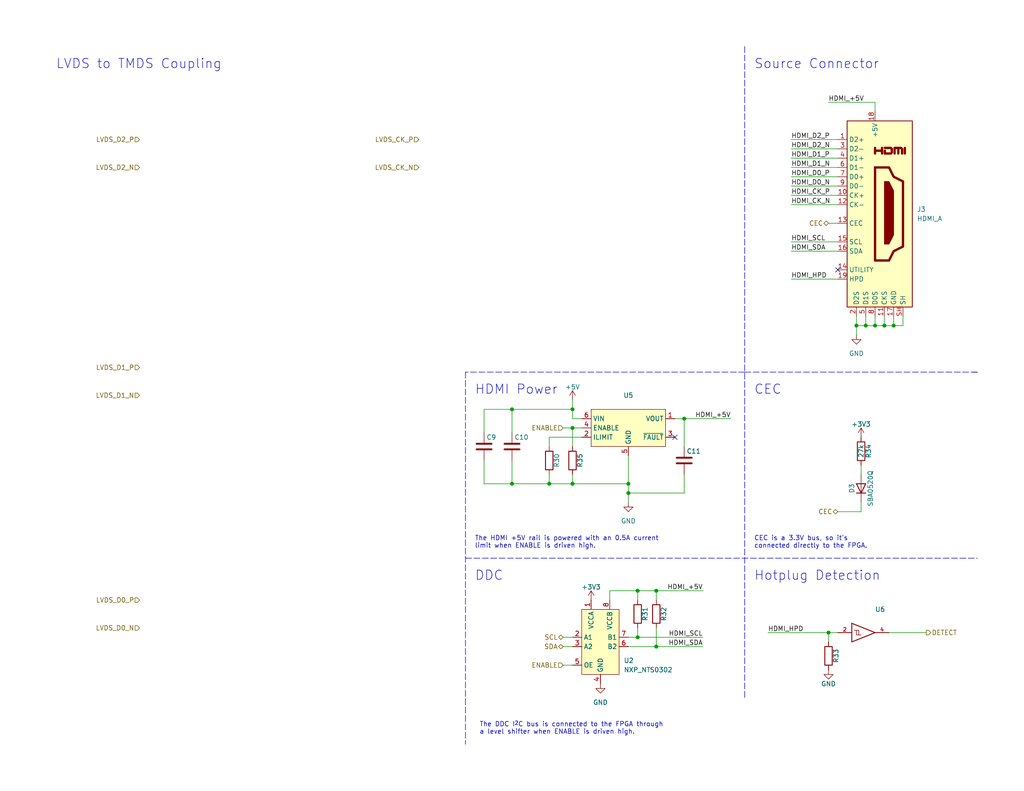
<source format=kicad_sch>
(kicad_sch (version 20211123) (generator eeschema)
  (paper "USLetter")
  (title_block (title "HDMI Expansion for Olimex ICE40HX8K-EVB") (date "2022-04-19") (rev "0.1") (company "© 2022 Sam Hanes, licensed under CERN-OHL-P v2") (comment 1 "https://github.com/Elemecca/1240pi"))
  (lib_symbols
    (symbol "0Local:MIC2097-1"
      (property "Reference" "U" (at 0 8.89 0))
      (property "Value" "MIC2097-1" (at 0 6.35 0))
      (symbol "MIC2097-1_0_1"
        (rectangle (start -10.16 5.08) (end 10.16 -5.08) (fill (type background)))
      )
      (symbol "MIC2097-1_1_1"
        (pin power_out line (at 12.7 2.54 180) (length 2.54) (name "VOUT") (number "1"))
        (pin passive line (at -12.7 -2.54 0) (length 2.54) (name "ILIMIT") (number "2"))
        (pin open_collector line (at 12.7 -2.54 180) (length 2.54) (name "~{FAULT}") (number "3"))
        (pin input line (at -12.7 0 0) (length 2.54) (name "ENABLE") (number "4"))
        (pin power_in line (at 0 -7.62 90) (length 2.54) (name "GND") (number "5"))
        (pin power_in line (at -12.7 2.54 0) (length 2.54) (name "VIN") (number "6"))
        (pin power_in line (at 0 -7.62 90) (length 2.54) hide (name "EP") (number "EP"))
      )
    )
    (symbol "0Local:NXP_NTS0302"
      (property "Reference" "U" (at 6.35 11.43 0))
      (property "Value" "NXP_NTS0302" (at 6.35 8.89 0))
      (symbol "NXP_NTS0302_0_1"
        (rectangle (start -5.08 11.43) (end 5.08 -6.35) (fill (type background)))
      )
      (symbol "NXP_NTS0302_1_1"
        (pin power_in line (at -2.54 13.97 270) (length 2.54) (name "VCCA") (number "1"))
        (pin bidirectional line (at -7.62 3.81 0) (length 2.54) (name "A1") (number "2"))
        (pin bidirectional line (at -7.62 1.27 0) (length 2.54) (name "A2") (number "3"))
        (pin power_in line (at 0 -8.89 90) (length 2.54) (name "GND") (number "4"))
        (pin input line (at -7.62 -3.81 0) (length 2.54) (name "OE") (number "5"))
        (pin bidirectional line (at 7.62 1.27 180) (length 2.54) (name "B2") (number "6"))
        (pin bidirectional line (at 7.62 3.81 180) (length 2.54) (name "B1") (number "7"))
        (pin power_in line (at 2.54 13.97 270) (length 2.54) (name "VCCB") (number "8"))
      )
    )
    (symbol "74xGxx:74LVC1G17" (pin_names (offset 1.016))
      (property "Reference" "U" (at -2.54 3.81 0))
      (property "Value" "74LVC1G17" (at 0 -3.81 0))
      (symbol "74LVC1G17_0_1"
        (polyline (pts (xy -2.54 0.635) (xy -1.905 0.635) (xy -1.905 -0.635)))
        (polyline (pts (xy -3.81 2.54) (xy -3.81 -2.54) (xy 2.54 0) (xy -3.81 2.54)) (stroke (width 0.254)))
        (polyline (pts (xy -3.175 0.635) (xy -2.54 0.635) (xy -2.54 -0.635) (xy -1.27 -0.635)))
      )
      (symbol "74LVC1G17_1_1"
        (pin input line (at -7.62 0 0) (length 3.81) (name "~") (number "2"))
        (pin power_in line (at 0 -2.54 270) (length 0) hide (name "GND") (number "3"))
        (pin output line (at 6.35 0 180) (length 3.81) (name "~") (number "4"))
        (pin power_in line (at 0 2.54 90) (length 0) hide (name "VCC") (number "5"))
      )
    )
    (symbol "Connector:HDMI_A"
      (property "Reference" "J" (at -6.35 26.67 0))
      (property "Value" "HDMI_A" (at 10.16 26.67 0))
      (symbol "HDMI_A_0_0"
        (polyline (pts (xy 8.128 16.51) (xy 8.128 18.034)) (stroke (width 0.635)))
        (polyline (pts (xy 0 16.51) (xy 0 18.034) (xy 0 17.272) (xy 1.905 17.272) (xy 1.905 18.034) (xy 1.905 16.51)) (stroke (width 0.635)))
        (polyline (pts (xy 2.667 18.034) (xy 4.318 18.034) (xy 4.572 17.78) (xy 4.572 16.764) (xy 4.318 16.51) (xy 2.667 16.51) (xy 2.667 17.272)) (stroke (width 0.635)))
      )
      (symbol "HDMI_A_0_1"
        (rectangle (start -7.62 25.4) (end 10.16 -25.4) (stroke (width 0.254)) (fill (type background)))
        (polyline (pts (xy 2.54 8.89) (xy 3.81 8.89) (xy 5.08 6.35) (xy 5.08 -5.715) (xy 3.81 -8.255) (xy 2.54 -8.255) (xy 2.54 8.89)) (fill (type outline)))
        (polyline (pts (xy 5.334 16.51) (xy 5.334 18.034) (xy 6.35 18.034) (xy 6.35 16.51) (xy 6.35 18.034) (xy 7.112 18.034) (xy 7.366 17.78) (xy 7.366 16.51)) (stroke (width 0.635)))
        (polyline (pts (xy 0 12.7) (xy 0 -12.7) (xy 3.81 -12.7) (xy 5.08 -10.16) (xy 7.62 -8.89) (xy 7.62 8.89) (xy 5.08 10.16) (xy 3.81 12.7) (xy 0 12.7)) (stroke (width 0.635)))
      )
      (symbol "HDMI_A_1_1"
        (pin passive line (at -10.16 20.32 0) (length 2.54) (name "D2+") (number "1"))
        (pin passive line (at -10.16 5.08 0) (length 2.54) (name "CK+") (number "10"))
        (pin power_in line (at 2.54 -27.94 90) (length 2.54) (name "CKS") (number "11"))
        (pin passive line (at -10.16 2.54 0) (length 2.54) (name "CK-") (number "12"))
        (pin bidirectional line (at -10.16 -2.54 0) (length 2.54) (name "CEC") (number "13"))
        (pin passive line (at -10.16 -15.24 0) (length 2.54) (name "UTILITY") (number "14"))
        (pin passive line (at -10.16 -7.62 0) (length 2.54) (name "SCL") (number "15"))
        (pin bidirectional line (at -10.16 -10.16 0) (length 2.54) (name "SDA") (number "16"))
        (pin power_in line (at 5.08 -27.94 90) (length 2.54) (name "GND") (number "17"))
        (pin power_in line (at 0 27.94 270) (length 2.54) (name "+5V") (number "18"))
        (pin passive line (at -10.16 -17.78 0) (length 2.54) (name "HPD") (number "19"))
        (pin power_in line (at -5.08 -27.94 90) (length 2.54) (name "D2S") (number "2"))
        (pin passive line (at -10.16 17.78 0) (length 2.54) (name "D2-") (number "3"))
        (pin passive line (at -10.16 15.24 0) (length 2.54) (name "D1+") (number "4"))
        (pin power_in line (at -2.54 -27.94 90) (length 2.54) (name "D1S") (number "5"))
        (pin passive line (at -10.16 12.7 0) (length 2.54) (name "D1-") (number "6"))
        (pin passive line (at -10.16 10.16 0) (length 2.54) (name "D0+") (number "7"))
        (pin power_in line (at 0 -27.94 90) (length 2.54) (name "D0S") (number "8"))
        (pin passive line (at -10.16 7.62 0) (length 2.54) (name "D0-") (number "9"))
        (pin passive line (at 7.62 -27.94 90) (length 2.54) (name "SH") (number "SH"))
      )
    )
    (symbol "Device:C" (pin_numbers hide) (pin_names (offset 0.254))
      (property "Reference" "C" (at 0.635 2.54 0))
      (property "Value" "C" (at 0.635 -2.54 0))
      (symbol "C_0_1"
        (polyline (pts (xy -2.032 -0.762) (xy 2.032 -0.762)) (stroke (width 0.508)))
        (polyline (pts (xy -2.032 0.762) (xy 2.032 0.762)) (stroke (width 0.508)))
      )
      (symbol "C_1_1"
        (pin passive line (at 0 3.81 270) (length 2.794) (name "~") (number "1"))
        (pin passive line (at 0 -3.81 90) (length 2.794) (name "~") (number "2"))
      )
    )
    (symbol "Device:D" (pin_numbers hide) (pin_names (offset 1.016) hide)
      (property "Reference" "D" (at 0 2.54 0))
      (property "Value" "D" (at 0 -2.54 0))
      (symbol "D_0_1"
        (polyline (pts (xy -1.27 1.27) (xy -1.27 -1.27)) (stroke (width 0.254)))
        (polyline (pts (xy 1.27 0) (xy -1.27 0)))
        (polyline (pts (xy 1.27 1.27) (xy 1.27 -1.27) (xy -1.27 0) (xy 1.27 1.27)) (stroke (width 0.254)))
      )
      (symbol "D_1_1"
        (pin passive line (at -3.81 0 0) (length 2.54) (name "K") (number "1"))
        (pin passive line (at 3.81 0 180) (length 2.54) (name "A") (number "2"))
      )
    )
    (symbol "Device:R" (pin_numbers hide) (pin_names (offset 0))
      (property "Reference" "R" (at 2.032 0 90))
      (property "Value" "R" (at 0 0 90))
      (symbol "R_0_1"
        (rectangle (start -1.016 -2.54) (end 1.016 2.54) (stroke (width 0.254)))
      )
      (symbol "R_1_1"
        (pin passive line (at 0 3.81 270) (length 1.27) (name "~") (number "1"))
        (pin passive line (at 0 -3.81 90) (length 1.27) (name "~") (number "2"))
      )
    )
    (symbol "power:+3V3" (power) (pin_names (offset 0))
      (property "Value" "+3V3" (at 0 3.556 0))
      (symbol "+3V3_0_1"
        (polyline (pts (xy -0.762 1.27) (xy 0 2.54)))
        (polyline (pts (xy 0 0) (xy 0 2.54)))
        (polyline (pts (xy 0 2.54) (xy 0.762 1.27)))
      )
      (symbol "+3V3_1_1"
        (pin power_in line (at 0 0 90) (length 0) hide (name "+3V3") (number "1"))
      )
    )
    (symbol "power:+5V" (power) (pin_names (offset 0))
      (property "Value" "+5V" (at 0 3.556 0))
      (symbol "+5V_0_1"
        (polyline (pts (xy -0.762 1.27) (xy 0 2.54)))
        (polyline (pts (xy 0 0) (xy 0 2.54)))
        (polyline (pts (xy 0 2.54) (xy 0.762 1.27)))
      )
      (symbol "+5V_1_1"
        (pin power_in line (at 0 0 90) (length 0) hide (name "+5V") (number "1"))
      )
    )
    (symbol "power:GND" (power) (pin_names (offset 0))
      (property "Value" "GND" (at 0 -3.81 0))
      (symbol "GND_0_1"
        (polyline (pts (xy 0 0) (xy 0 -1.27) (xy 1.27 -1.27) (xy 0 -2.54) (xy -1.27 -1.27) (xy 0 -1.27)))
      )
      (symbol "GND_1_1"
        (pin power_in line (at 0 0 270) (length 0) hide (name "GND") (number "1"))
      )
    )
  )
  (junction (at 171.45 132.08))
  (junction (at 236.22 88.9))
  (junction (at 139.7 132.08))
  (junction (at 179.07 161.29))
  (junction (at 186.69 114.3))
  (junction (at 238.76 88.9))
  (junction (at 139.7 111.76))
  (junction (at 156.21 116.84))
  (junction (at 173.99 161.29))
  (junction (at 226.06 172.72))
  (junction (at 241.3 88.9))
  (junction (at 173.99 173.99))
  (junction (at 171.45 134.62))
  (junction (at 243.84 88.9))
  (junction (at 156.21 132.08))
  (junction (at 149.86 132.08))
  (junction (at 156.21 111.76))
  (junction (at 233.68 88.9))
  (junction (at 179.07 176.53))
  (no_connect (at 184.15 119.38))
  (no_connect (at 228.6 73.66))
  (wire (pts (xy 243.84 88.9) (xy 246.38 88.9)))
  (wire (pts (xy 246.38 86.36) (xy 246.38 88.9)))
  (polyline (pts (xy 265.43 101.6) (xy 266.7 101.6)))
  (wire (pts (xy 132.08 125.73) (xy 132.08 132.08)))
  (wire (pts (xy 156.21 116.84) (xy 158.75 116.84)))
  (wire (pts (xy 228.6 68.58) (xy 215.9 68.58)))
  (wire (pts (xy 226.06 172.72) (xy 228.6 172.72)))
  (wire (pts (xy 156.21 129.54) (xy 156.21 132.08)))
  (wire (pts (xy 139.7 125.73) (xy 139.7 132.08)))
  (wire (pts (xy 149.86 121.92) (xy 149.86 119.38)))
  (polyline (pts (xy 127 101.6) (xy 127 203.2)))
  (wire (pts (xy 241.3 86.36) (xy 241.3 88.9)))
  (wire (pts (xy 236.22 88.9) (xy 233.68 88.9)))
  (wire (pts (xy 186.69 129.54) (xy 186.69 134.62)))
  (wire (pts (xy 228.6 38.1) (xy 215.9 38.1)))
  (wire (pts (xy 236.22 86.36) (xy 236.22 88.9)))
  (wire (pts (xy 173.99 161.29) (xy 173.99 163.83)))
  (wire (pts (xy 179.07 161.29) (xy 191.77 161.29)))
  (wire (pts (xy 228.6 60.96) (xy 226.06 60.96)))
  (wire (pts (xy 171.45 134.62) (xy 186.69 134.62)))
  (wire (pts (xy 171.45 176.53) (xy 179.07 176.53)))
  (wire (pts (xy 139.7 111.76) (xy 139.7 118.11)))
  (wire (pts (xy 233.68 86.36) (xy 233.68 88.9)))
  (wire (pts (xy 228.6 43.18) (xy 215.9 43.18)))
  (wire (pts (xy 238.76 88.9) (xy 236.22 88.9)))
  (wire (pts (xy 228.6 66.04) (xy 215.9 66.04)))
  (wire (pts (xy 233.68 88.9) (xy 233.68 91.44)))
  (wire (pts (xy 171.45 134.62) (xy 171.45 137.16)))
  (wire (pts (xy 149.86 129.54) (xy 149.86 132.08)))
  (wire (pts (xy 241.3 88.9) (xy 238.76 88.9)))
  (wire (pts (xy 139.7 111.76) (xy 156.21 111.76)))
  (wire (pts (xy 234.95 137.16) (xy 234.95 139.7)))
  (wire (pts (xy 156.21 109.22) (xy 156.21 111.76)))
  (polyline (pts (xy 203.2 101.6) (xy 266.7 101.6)))
  (wire (pts (xy 228.6 139.7) (xy 234.95 139.7)))
  (wire (pts (xy 156.21 132.08) (xy 171.45 132.08)))
  (wire (pts (xy 166.37 161.29) (xy 173.99 161.29)))
  (wire (pts (xy 179.07 161.29) (xy 179.07 163.83)))
  (wire (pts (xy 228.6 48.26) (xy 215.9 48.26)))
  (wire (pts (xy 153.67 176.53) (xy 156.21 176.53)))
  (wire (pts (xy 153.67 173.99) (xy 156.21 173.99)))
  (wire (pts (xy 179.07 171.45) (xy 179.07 176.53)))
  (wire (pts (xy 132.08 132.08) (xy 139.7 132.08)))
  (wire (pts (xy 186.69 114.3) (xy 199.39 114.3)))
  (wire (pts (xy 243.84 86.36) (xy 243.84 88.9)))
  (wire (pts (xy 228.6 50.8) (xy 215.9 50.8)))
  (wire (pts (xy 173.99 173.99) (xy 191.77 173.99)))
  (wire (pts (xy 228.6 55.88) (xy 215.9 55.88)))
  (wire (pts (xy 228.6 53.34) (xy 215.9 53.34)))
  (wire (pts (xy 228.6 76.2) (xy 215.9 76.2)))
  (wire (pts (xy 234.95 127) (xy 234.95 129.54)))
  (polyline (pts (xy 203.2 101.6) (xy 127 101.6)))
  (wire (pts (xy 149.86 132.08) (xy 156.21 132.08)))
  (wire (pts (xy 171.45 132.08) (xy 171.45 134.62)))
  (wire (pts (xy 184.15 114.3) (xy 186.69 114.3)))
  (wire (pts (xy 173.99 161.29) (xy 179.07 161.29)))
  (wire (pts (xy 238.76 27.94) (xy 238.76 30.48)))
  (wire (pts (xy 226.06 172.72) (xy 226.06 175.26)))
  (polyline (pts (xy 127 152.4) (xy 266.7 152.4)))
  (wire (pts (xy 242.57 172.72) (xy 252.73 172.72)))
  (wire (pts (xy 149.86 119.38) (xy 158.75 119.38)))
  (wire (pts (xy 139.7 132.08) (xy 149.86 132.08)))
  (wire (pts (xy 153.67 181.61) (xy 156.21 181.61)))
  (wire (pts (xy 156.21 111.76) (xy 156.21 114.3)))
  (wire (pts (xy 132.08 111.76) (xy 139.7 111.76)))
  (wire (pts (xy 179.07 176.53) (xy 191.77 176.53)))
  (wire (pts (xy 171.45 124.46) (xy 171.45 132.08)))
  (wire (pts (xy 243.84 88.9) (xy 241.3 88.9)))
  (wire (pts (xy 186.69 114.3) (xy 186.69 121.92)))
  (wire (pts (xy 209.55 172.72) (xy 226.06 172.72)))
  (wire (pts (xy 158.75 114.3) (xy 156.21 114.3)))
  (wire (pts (xy 132.08 111.76) (xy 132.08 118.11)))
  (wire (pts (xy 166.37 163.83) (xy 166.37 161.29)))
  (wire (pts (xy 238.76 86.36) (xy 238.76 88.9)))
  (wire (pts (xy 228.6 40.64) (xy 215.9 40.64)))
  (wire (pts (xy 156.21 116.84) (xy 156.21 121.92)))
  (wire (pts (xy 153.67 116.84) (xy 156.21 116.84)))
  (wire (pts (xy 238.76 27.94) (xy 226.06 27.94)))
  (wire (pts (xy 171.45 173.99) (xy 173.99 173.99)))
  (polyline (pts (xy 203.2 12.7) (xy 203.2 190.5)))
  (wire (pts (xy 228.6 45.72) (xy 215.9 45.72)))
  (wire (pts (xy 173.99 171.45) (xy 173.99 173.99)))
  (text "LVDS to TMDS Coupling" (at 15.24 19.05 0) (effects (font (size 2.54 2.54)) (justify left bottom)))
  (text "Hotplug Detection" (at 205.74 158.75 0) (effects (font (size 2.54 2.54)) (justify left bottom)))
  (text "DDC" (at 129.54 158.75 0) (effects (font (size 2.54 2.54)) (justify left bottom)))
  (text "HDMI Power" (at 129.54 107.95 0) (effects (font (size 2.54 2.54)) (justify left bottom)))
  (text "Source Connector" (at 205.74 19.05 0) (effects (font (size 2.54 2.54)) (justify left bottom)))
  (text "The HDMI +5V rail is powered with an 0.5A current\nlimit when ENABLE is driven high." (at 129.54 149.86 0) (effects (font (size 1.27 1.27)) (justify left bottom)))
  (text "The DDC I^{2}C bus is connected to the FPGA through\na level shifter when ENABLE is driven high." (at 130.81 200.66 0) (effects (font (size 1.27 1.27)) (justify left bottom)))
  (text "CEC is a 3.3V bus, so it's\nconnected directly to the FPGA." (at 205.74 149.86 0) (effects (font (size 1.27 1.27)) (justify left bottom)))
  (text "CEC" (at 205.74 107.95 0) (effects (font (size 2.54 2.54)) (justify left bottom)))
  (label "HDMI_D1_N" (at 215.9 45.72 0))
  (label "HDMI_D2_P" (at 215.9 38.1 0))
  (label "HDMI_HPD" (at 215.9 76.2 0))
  (label "HDMI_+5V" (at 226.06 27.94 0))
  (label "HDMI_SDA" (at 191.77 176.53 180))
  (label "HDMI_D2_N" (at 215.9 40.64 0))
  (label "HDMI_+5V" (at 199.39 114.3 180))
  (label "HDMI_SDA" (at 215.9 68.58 0))
  (label "HDMI_D0_N" (at 215.9 50.8 0))
  (label "HDMI_D1_P" (at 215.9 43.18 0))
  (label "HDMI_SCL" (at 215.9 66.04 0))
  (label "HDMI_SCL" (at 191.77 173.99 180))
  (label "HDMI_CK_P" (at 215.9 53.34 0))
  (label "HDMI_+5V" (at 191.77 161.29 180))
  (label "HDMI_HPD" (at 209.55 172.72 0))
  (label "HDMI_D0_P" (at 215.9 48.26 0))
  (label "HDMI_CK_N" (at 215.9 55.88 0))
  (hierarchical_label "LVDS_D0_P" (shape input) (at 38.1 163.83 180))
  (hierarchical_label "LVDS_D0_N" (shape input) (at 38.1 171.45 180))
  (hierarchical_label "LVDS_D1_N" (shape input) (at 38.1 107.95 180))
  (hierarchical_label "CEC" (shape bidirectional) (at 228.6 139.7 180))
  (hierarchical_label "DETECT" (shape output) (at 252.73 172.72 0))
  (hierarchical_label "ENABLE" (shape input) (at 153.67 181.61 180))
  (hierarchical_label "LVDS_CK_N" (shape input) (at 114.3 45.72 180))
  (hierarchical_label "LVDS_D1_P" (shape input) (at 38.1 100.33 180))
  (hierarchical_label "LVDS_CK_P" (shape input) (at 114.3 38.1 180))
  (hierarchical_label "SCL" (shape bidirectional) (at 153.67 173.99 180))
  (hierarchical_label "CEC" (shape bidirectional) (at 226.06 60.96 180))
  (hierarchical_label "LVDS_D2_N" (shape input) (at 38.1 45.72 180))
  (hierarchical_label "LVDS_D2_P" (shape input) (at 38.1 38.1 180))
  (hierarchical_label "SDA" (shape bidirectional) (at 153.67 176.53 180))
  (hierarchical_label "ENABLE" (shape input) (at 153.67 116.84 180))
  (symbol (lib_id "power:GND") (at 233.68 91.44 0) (mirror y) (unit 1)
    (property "Reference" "#PWR0114" (effects hide))
    (property "Value" "GND" (at 233.68 96.52 0))
  )
  (symbol (lib_id "power:+5V") (at 156.21 109.22 0) (unit 1)
    (property "Reference" "#PWR0123" (effects hide))
  )
  (symbol (lib_id "Device:D") (at 234.95 133.35 90) (unit 1)
    (property "Reference" "D3" (at 232.41 133.35 0))
    (property "Value" "SBA0520Q" (at 237.49 133.35 0))
    (property "Footprint" "Diode_SMD:D_0402_1005Metric" (effects hide))
  )
  (symbol (lib_id "Device:R") (at 156.21 125.73 0) (unit 1)
    (property "Reference" "R35" (at 158.242 125.73 90))
  )
  (symbol (lib_id "0Local:NXP_NTS0302") (at 163.83 177.8 0) (unit 1)
    (property "Reference" "U2" (at 170.18 180.34 0) (effects (justify left)))
    (property "Value" "NXP_NTS0302" (at 170.18 182.88 0) (effects (justify left)))
    (property "Footprint" "Package_SON:X2SON-8_1.4x1mm_P0.35mm" (effects hide))
  )
  (symbol (lib_id "power:+3V3") (at 234.95 119.38 0) (unit 1)
    (property "Reference" "#PWR0121" (effects hide))
    (property "Value" "+3V3" (at 234.95 115.824 0))
  )
  (symbol (lib_id "power:GND") (at 226.06 182.88 0) (unit 1)
    (property "Reference" "#PWR0120" (effects hide))
  )
  (symbol (lib_id "Connector:HDMI_A") (at 238.76 58.42 0) (unit 1)
    (property "Reference" "J3" (at 250.19 57.1499 0) (effects (justify left)))
    (property "Value" "HDMI_A" (at 250.19 59.6899 0) (effects (justify left)))
    (property "Footprint" "0Local:CNC_2000-1-2-41-00-BK" (effects hide))
    (property "Datasheet" "https://en.wikipedia.org/wiki/HDMI" (effects hide))
  )
  (symbol (lib_id "Device:R") (at 226.06 179.07 0) (unit 1)
    (property "Reference" "R33" (at 228.092 179.07 90))
  )
  (symbol (lib_id "power:GND") (at 171.45 137.16 0) (unit 1)
    (property "Reference" "#PWR0122" (effects hide))
    (property "Value" "GND" (at 171.45 142.24 0))
  )
  (symbol (lib_id "Device:R") (at 149.86 125.73 0) (unit 1)
    (property "Reference" "R30" (at 151.892 125.73 90))
  )
  (symbol (lib_id "74xGxx:74LVC1G17") (at 236.22 172.72 0) (unit 1)
    (property "Reference" "U6" (at 238.76 166.37 0) (effects (justify left)))
    (property "Datasheet" "http://www.ti.com/lit/sg/scyt129e/scyt129e.pdf" (effects hide))
  )
  (symbol (lib_id "Device:R") (at 173.99 167.64 0) (unit 1)
    (property "Reference" "R31" (at 176.022 167.64 90))
  )
  (symbol (lib_id "0Local:MIC2097-1") (at 171.45 116.84 0) (unit 1)
    (property "Reference" "U5" (at 171.45 107.95 0))
    (property "Footprint" "0Local:Package_TMLF-6_EP_1.6mm" (effects hide))
    (property "Datasheet" "https://ww1.microchip.com/downloads/en/DeviceDoc/mic2095.pdf" (effects hide))
  )
  (symbol (lib_id "Device:R") (at 179.07 167.64 0) (unit 1)
    (property "Reference" "R32" (at 181.102 167.64 90))
  )
  (symbol (lib_id "Device:R") (at 234.95 123.19 0) (unit 1)
    (property "Reference" "R34" (at 236.982 123.19 90))
    (property "Value" "27k" (at 234.95 123.19 90))
    (property "Footprint" "Resistor_SMD:R_0402_1005Metric" (effects hide))
  )
  (symbol (lib_id "Device:C") (at 139.7 121.92 0) (unit 1)
    (property "Reference" "C10" (at 140.335 119.38 0) (effects (justify left)))
  )
  (symbol (lib_id "Device:C") (at 132.08 121.92 0) (unit 1)
    (property "Reference" "C9" (at 132.715 119.38 0) (effects (justify left)))
  )
  (symbol (lib_id "power:+3V3") (at 161.29 163.83 0) (unit 1)
    (property "Reference" "#PWR0115" (effects hide))
    (property "Value" "+3V3" (at 161.29 160.274 0))
  )
  (symbol (lib_id "power:GND") (at 163.83 186.69 0) (unit 1)
    (property "Reference" "#PWR0113" (effects hide))
    (property "Value" "GND" (at 163.83 191.77 0))
  )
  (symbol (lib_id "Device:C") (at 186.69 125.73 0) (unit 1)
    (property "Reference" "C11" (at 187.325 123.19 0) (effects (justify left)))
  )
)
</source>
